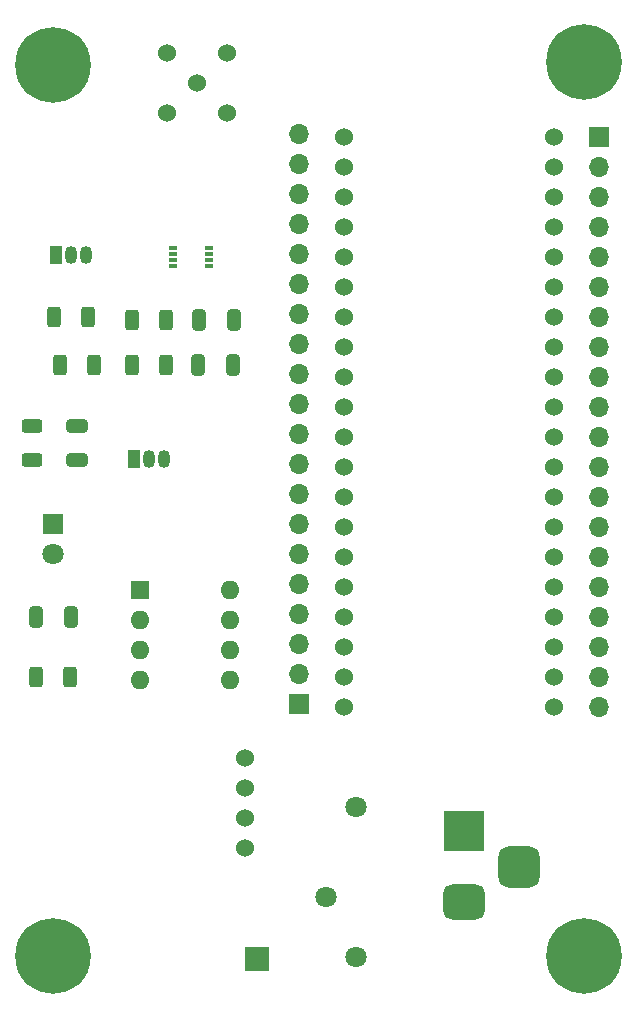
<source format=gbr>
%TF.GenerationSoftware,KiCad,Pcbnew,(6.0.7-1)-1*%
%TF.CreationDate,2022-09-12T11:25:08-04:00*%
%TF.ProjectId,LED_Pulser,4c45445f-5075-46c7-9365-722e6b696361,rev?*%
%TF.SameCoordinates,Original*%
%TF.FileFunction,Soldermask,Top*%
%TF.FilePolarity,Negative*%
%FSLAX46Y46*%
G04 Gerber Fmt 4.6, Leading zero omitted, Abs format (unit mm)*
G04 Created by KiCad (PCBNEW (6.0.7-1)-1) date 2022-09-12 11:25:08*
%MOMM*%
%LPD*%
G01*
G04 APERTURE LIST*
G04 Aperture macros list*
%AMRoundRect*
0 Rectangle with rounded corners*
0 $1 Rounding radius*
0 $2 $3 $4 $5 $6 $7 $8 $9 X,Y pos of 4 corners*
0 Add a 4 corners polygon primitive as box body*
4,1,4,$2,$3,$4,$5,$6,$7,$8,$9,$2,$3,0*
0 Add four circle primitives for the rounded corners*
1,1,$1+$1,$2,$3*
1,1,$1+$1,$4,$5*
1,1,$1+$1,$6,$7*
1,1,$1+$1,$8,$9*
0 Add four rect primitives between the rounded corners*
20,1,$1+$1,$2,$3,$4,$5,0*
20,1,$1+$1,$4,$5,$6,$7,0*
20,1,$1+$1,$6,$7,$8,$9,0*
20,1,$1+$1,$8,$9,$2,$3,0*%
G04 Aperture macros list end*
%ADD10C,6.400000*%
%ADD11RoundRect,0.250000X0.625000X-0.312500X0.625000X0.312500X-0.625000X0.312500X-0.625000X-0.312500X0*%
%ADD12RoundRect,0.250000X-0.312500X-0.625000X0.312500X-0.625000X0.312500X0.625000X-0.312500X0.625000X0*%
%ADD13R,1.800000X1.800000*%
%ADD14C,1.800000*%
%ADD15R,1.700000X1.700000*%
%ADD16O,1.700000X1.700000*%
%ADD17C,1.524000*%
%ADD18RoundRect,0.250000X-0.325000X-0.650000X0.325000X-0.650000X0.325000X0.650000X-0.325000X0.650000X0*%
%ADD19R,1.600000X1.600000*%
%ADD20O,1.600000X1.600000*%
%ADD21R,2.000000X2.000000*%
%ADD22R,1.050000X1.500000*%
%ADD23O,1.050000X1.500000*%
%ADD24R,3.500000X3.500000*%
%ADD25RoundRect,0.750000X1.000000X-0.750000X1.000000X0.750000X-1.000000X0.750000X-1.000000X-0.750000X0*%
%ADD26RoundRect,0.875000X0.875000X-0.875000X0.875000X0.875000X-0.875000X0.875000X-0.875000X-0.875000X0*%
%ADD27R,0.800000X0.300000*%
%ADD28RoundRect,0.250000X-0.650000X0.325000X-0.650000X-0.325000X0.650000X-0.325000X0.650000X0.325000X0*%
G04 APERTURE END LIST*
D10*
%TO.C,H1*%
X88900000Y-80264000D03*
%TD*%
D11*
%TO.C,R5*%
X87122000Y-113730500D03*
X87122000Y-110805500D03*
%TD*%
D12*
%TO.C,R6*%
X95565500Y-101854000D03*
X98490500Y-101854000D03*
%TD*%
D13*
%TO.C,D1*%
X88900000Y-119121000D03*
D14*
X88900000Y-121661000D03*
%TD*%
D15*
%TO.C,J2*%
X109728000Y-134410000D03*
D16*
X109728000Y-131870000D03*
X109728000Y-129330000D03*
X109728000Y-126790000D03*
X109728000Y-124250000D03*
X109728000Y-121710000D03*
X109728000Y-119170000D03*
X109728000Y-116630000D03*
X109728000Y-114090000D03*
X109728000Y-111550000D03*
X109728000Y-109010000D03*
X109728000Y-106470000D03*
X109728000Y-103930000D03*
X109728000Y-101390000D03*
X109728000Y-98850000D03*
X109728000Y-96310000D03*
X109728000Y-93770000D03*
X109728000Y-91230000D03*
X109728000Y-88690000D03*
X109728000Y-86150000D03*
%TD*%
D10*
%TO.C,H2*%
X133858000Y-80010000D03*
%TD*%
%TO.C,H3*%
X133858000Y-155702000D03*
%TD*%
D17*
%TO.C,U4*%
X113538000Y-86330000D03*
X113538000Y-88870000D03*
X113538000Y-91410000D03*
X113538000Y-93950000D03*
X113538000Y-96490000D03*
X113538000Y-99030000D03*
X113538000Y-101570000D03*
X113538000Y-104110000D03*
X113538000Y-106650000D03*
X113538000Y-109190000D03*
X113538000Y-111730000D03*
X113538000Y-114270000D03*
X113538000Y-116810000D03*
X113538000Y-119350000D03*
X113538000Y-121890000D03*
X113538000Y-124430000D03*
X113538000Y-126970000D03*
X113538000Y-129510000D03*
X113538000Y-132050000D03*
X113538000Y-134590000D03*
X131318000Y-134590000D03*
X131318000Y-132050000D03*
X131318000Y-129510000D03*
X131318000Y-126970000D03*
X131318000Y-124430000D03*
X131318000Y-121890000D03*
X131318000Y-119350000D03*
X131318000Y-116810000D03*
X131318000Y-114270000D03*
X131318000Y-111730000D03*
X131318000Y-109190000D03*
X131318000Y-106650000D03*
X131318000Y-104110000D03*
X131318000Y-101570000D03*
X131318000Y-99030000D03*
X131318000Y-96490000D03*
X131318000Y-93950000D03*
X131318000Y-91410000D03*
X131318000Y-88870000D03*
X131318000Y-86330000D03*
%TD*%
D18*
%TO.C,C3*%
X87474000Y-127000000D03*
X90424000Y-127000000D03*
%TD*%
D15*
%TO.C,J3*%
X135128000Y-86360000D03*
D16*
X135128000Y-88900000D03*
X135128000Y-91440000D03*
X135128000Y-93980000D03*
X135128000Y-96520000D03*
X135128000Y-99060000D03*
X135128000Y-101600000D03*
X135128000Y-104140000D03*
X135128000Y-106680000D03*
X135128000Y-109220000D03*
X135128000Y-111760000D03*
X135128000Y-114300000D03*
X135128000Y-116840000D03*
X135128000Y-119380000D03*
X135128000Y-121920000D03*
X135128000Y-124460000D03*
X135128000Y-127000000D03*
X135128000Y-129540000D03*
X135128000Y-132080000D03*
X135128000Y-134620000D03*
%TD*%
D19*
%TO.C,U2*%
X96266000Y-124724000D03*
D20*
X96266000Y-127264000D03*
X96266000Y-129804000D03*
X96266000Y-132344000D03*
X103886000Y-132344000D03*
X103886000Y-129804000D03*
X103886000Y-127264000D03*
X103886000Y-124724000D03*
%TD*%
D12*
%TO.C,R4*%
X87437500Y-132080000D03*
X90362500Y-132080000D03*
%TD*%
D21*
%TO.C,TP1*%
X106172000Y-155956000D03*
%TD*%
D22*
%TO.C,U1*%
X95758000Y-113644000D03*
D23*
X97028000Y-113644000D03*
X98298000Y-113644000D03*
%TD*%
D17*
%TO.C,U5*%
X105186000Y-138938000D03*
X105186000Y-141478000D03*
X105186000Y-144018000D03*
X105186000Y-146558000D03*
%TD*%
D12*
%TO.C,R3*%
X95565500Y-105664000D03*
X98490500Y-105664000D03*
%TD*%
D24*
%TO.C,J42*%
X123698000Y-145130000D03*
D25*
X123698000Y-151130000D03*
D26*
X128398000Y-148130000D03*
%TD*%
D14*
%TO.C,RV1*%
X114554000Y-143130500D03*
X112014000Y-150750500D03*
X114554000Y-155830500D03*
%TD*%
D27*
%TO.C,U3*%
X99034000Y-95770000D03*
X99034000Y-96270000D03*
X99034000Y-96770000D03*
X99034000Y-97270000D03*
X102134000Y-97270000D03*
X102134000Y-96770000D03*
X102134000Y-96270000D03*
X102134000Y-95770000D03*
%TD*%
D22*
%TO.C,Q1*%
X89154000Y-96372000D03*
D23*
X90424000Y-96372000D03*
X91694000Y-96372000D03*
%TD*%
D10*
%TO.C,H4*%
X88900000Y-155702000D03*
%TD*%
D12*
%TO.C,R7*%
X88961500Y-101600000D03*
X91886500Y-101600000D03*
%TD*%
D18*
%TO.C,C1*%
X101190000Y-105664000D03*
X104140000Y-105664000D03*
%TD*%
D28*
%TO.C,C4*%
X90932000Y-110793000D03*
X90932000Y-113743000D03*
%TD*%
D12*
%TO.C,R8*%
X89469500Y-105664000D03*
X92394500Y-105664000D03*
%TD*%
D17*
%TO.C,J1*%
X101092000Y-81788000D03*
X103632000Y-79248000D03*
X103632000Y-84328000D03*
X98552000Y-84328000D03*
X98552000Y-79248000D03*
%TD*%
D18*
%TO.C,C2*%
X101268000Y-101854000D03*
X104218000Y-101854000D03*
%TD*%
M02*

</source>
